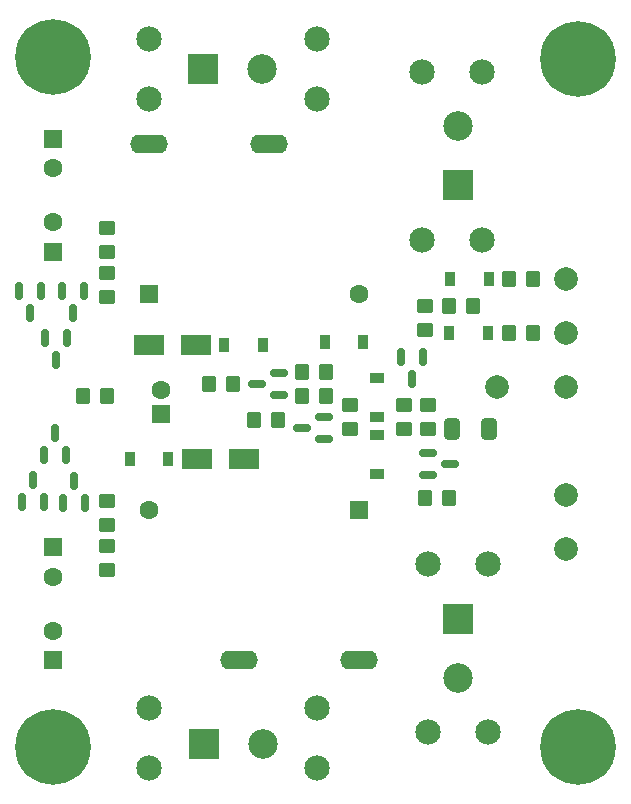
<source format=gbr>
G04 #@! TF.GenerationSoftware,KiCad,Pcbnew,(6.0.2-0)*
G04 #@! TF.CreationDate,2022-03-16T14:02:15+01:00*
G04 #@! TF.ProjectId,protection-relais,70726f74-6563-4746-996f-6e2d72656c61,rev?*
G04 #@! TF.SameCoordinates,Original*
G04 #@! TF.FileFunction,Soldermask,Top*
G04 #@! TF.FilePolarity,Negative*
%FSLAX46Y46*%
G04 Gerber Fmt 4.6, Leading zero omitted, Abs format (unit mm)*
G04 Created by KiCad (PCBNEW (6.0.2-0)) date 2022-03-16 14:02:15*
%MOMM*%
%LPD*%
G01*
G04 APERTURE LIST*
G04 Aperture macros list*
%AMRoundRect*
0 Rectangle with rounded corners*
0 $1 Rounding radius*
0 $2 $3 $4 $5 $6 $7 $8 $9 X,Y pos of 4 corners*
0 Add a 4 corners polygon primitive as box body*
4,1,4,$2,$3,$4,$5,$6,$7,$8,$9,$2,$3,0*
0 Add four circle primitives for the rounded corners*
1,1,$1+$1,$2,$3*
1,1,$1+$1,$4,$5*
1,1,$1+$1,$6,$7*
1,1,$1+$1,$8,$9*
0 Add four rect primitives between the rounded corners*
20,1,$1+$1,$2,$3,$4,$5,0*
20,1,$1+$1,$4,$5,$6,$7,0*
20,1,$1+$1,$6,$7,$8,$9,0*
20,1,$1+$1,$8,$9,$2,$3,0*%
G04 Aperture macros list end*
%ADD10R,0.900000X1.200000*%
%ADD11RoundRect,0.250000X-0.450000X0.350000X-0.450000X-0.350000X0.450000X-0.350000X0.450000X0.350000X0*%
%ADD12RoundRect,0.250000X-0.350000X-0.450000X0.350000X-0.450000X0.350000X0.450000X-0.350000X0.450000X0*%
%ADD13RoundRect,0.150000X-0.150000X0.587500X-0.150000X-0.587500X0.150000X-0.587500X0.150000X0.587500X0*%
%ADD14R,2.500000X2.500000*%
%ADD15C,2.500000*%
%ADD16C,2.145000*%
%ADD17RoundRect,0.250000X0.350000X0.450000X-0.350000X0.450000X-0.350000X-0.450000X0.350000X-0.450000X0*%
%ADD18R,1.600000X1.600000*%
%ADD19C,1.600000*%
%ADD20C,2.000000*%
%ADD21RoundRect,0.150000X0.150000X-0.587500X0.150000X0.587500X-0.150000X0.587500X-0.150000X-0.587500X0*%
%ADD22RoundRect,0.150000X0.587500X0.150000X-0.587500X0.150000X-0.587500X-0.150000X0.587500X-0.150000X0*%
%ADD23C,0.800000*%
%ADD24C,6.400000*%
%ADD25RoundRect,0.150000X-0.587500X-0.150000X0.587500X-0.150000X0.587500X0.150000X-0.587500X0.150000X0*%
%ADD26RoundRect,0.250000X-0.412500X-0.650000X0.412500X-0.650000X0.412500X0.650000X-0.412500X0.650000X0*%
%ADD27R,1.200000X0.900000*%
%ADD28RoundRect,0.250000X0.450000X-0.350000X0.450000X0.350000X-0.450000X0.350000X-0.450000X-0.350000X0*%
%ADD29O,3.200000X1.600000*%
%ADD30R,2.500000X1.800000*%
G04 APERTURE END LIST*
D10*
X94108000Y-94996000D03*
X97408000Y-94996000D03*
D11*
X92202000Y-98552000D03*
X92202000Y-100552000D03*
D10*
X110618000Y-85090000D03*
X113918000Y-85090000D03*
D12*
X108712000Y-87630000D03*
X110712000Y-87630000D03*
D13*
X90292000Y-80772000D03*
X88392000Y-80772000D03*
X89342000Y-82647000D03*
D11*
X112776000Y-90424000D03*
X112776000Y-92424000D03*
D14*
X121920000Y-71802000D03*
D15*
X121920000Y-66802000D03*
D12*
X119158000Y-98298000D03*
X121158000Y-98298000D03*
D16*
X118872000Y-76454000D03*
X123952000Y-76454000D03*
D17*
X128254000Y-84328000D03*
X126254000Y-84328000D03*
D13*
X88834000Y-84739000D03*
X86934000Y-84739000D03*
X87884000Y-86614000D03*
D12*
X90170000Y-89662000D03*
X92170000Y-89662000D03*
D18*
X87630000Y-67858000D03*
D19*
X87630000Y-70358000D03*
D20*
X131064000Y-88900000D03*
D16*
X119380000Y-118110000D03*
X124460000Y-118110000D03*
D20*
X131064000Y-84328000D03*
X125222000Y-88900000D03*
D11*
X117348000Y-90424000D03*
X117348000Y-92424000D03*
D14*
X100330000Y-61976000D03*
D15*
X105330000Y-61976000D03*
D20*
X131064000Y-79756000D03*
X131064000Y-102616000D03*
D17*
X102838000Y-88646000D03*
X100838000Y-88646000D03*
D14*
X121920000Y-108538000D03*
D15*
X121920000Y-113538000D03*
D16*
X109982000Y-121158000D03*
X109982000Y-116078000D03*
D21*
X84968000Y-98649000D03*
X86868000Y-98649000D03*
X85918000Y-96774000D03*
D22*
X106777000Y-89596000D03*
X106777000Y-87696000D03*
X104902000Y-88646000D03*
D23*
X87630000Y-63360000D03*
X85230000Y-60960000D03*
D24*
X87630000Y-60960000D03*
D23*
X85932944Y-62657056D03*
X87630000Y-58560000D03*
X89327056Y-62657056D03*
X89327056Y-59262944D03*
X85932944Y-59262944D03*
X90030000Y-60960000D03*
D13*
X118994000Y-86360000D03*
X117094000Y-86360000D03*
X118044000Y-88235000D03*
D16*
X118872000Y-62230000D03*
X123952000Y-62230000D03*
D25*
X119380000Y-94488000D03*
X119380000Y-96388000D03*
X121255000Y-95438000D03*
D14*
X100410000Y-119126000D03*
D15*
X105410000Y-119126000D03*
D11*
X92202000Y-75438000D03*
X92202000Y-77438000D03*
D16*
X119380000Y-103886000D03*
X124460000Y-103886000D03*
D23*
X130382944Y-59402944D03*
X132080000Y-63500000D03*
X134480000Y-61100000D03*
X129680000Y-61100000D03*
X130382944Y-62797056D03*
X133777056Y-62797056D03*
X132080000Y-58700000D03*
D24*
X132080000Y-61100000D03*
D23*
X133777056Y-59402944D03*
D18*
X87630000Y-77430000D03*
D19*
X87630000Y-74930000D03*
D18*
X96774000Y-91186000D03*
D19*
X96774000Y-89186000D03*
D10*
X121270000Y-79756000D03*
X124570000Y-79756000D03*
D11*
X119126000Y-82042000D03*
X119126000Y-84042000D03*
D16*
X95758000Y-64516000D03*
X95758000Y-59436000D03*
D26*
X121412000Y-92456000D03*
X124537000Y-92456000D03*
D27*
X115062000Y-96266000D03*
X115062000Y-92966000D03*
D28*
X119380000Y-92456000D03*
X119380000Y-90456000D03*
D20*
X131064000Y-98044000D03*
D17*
X123158000Y-82042000D03*
X121158000Y-82042000D03*
X110712000Y-89662000D03*
X108712000Y-89662000D03*
D21*
X88458000Y-98737363D03*
X90358000Y-98737363D03*
X89408000Y-96862363D03*
D27*
X115062000Y-88138000D03*
X115062000Y-91438000D03*
D16*
X109982000Y-64516000D03*
X109982000Y-59436000D03*
X95758000Y-121158000D03*
X95758000Y-116078000D03*
D18*
X87630000Y-102449621D03*
D19*
X87630000Y-104949621D03*
D22*
X110587000Y-93340000D03*
X110587000Y-91440000D03*
X108712000Y-92390000D03*
D18*
X95758000Y-81026000D03*
D19*
X113538000Y-81026000D03*
D29*
X105918000Y-68326000D03*
X95758000Y-68326000D03*
D12*
X104680000Y-91694000D03*
X106680000Y-91694000D03*
D30*
X103822000Y-94996000D03*
X99822000Y-94996000D03*
D28*
X92202000Y-104378000D03*
X92202000Y-102378000D03*
X92202000Y-81248000D03*
X92202000Y-79248000D03*
D30*
X95758000Y-85344000D03*
X99758000Y-85344000D03*
D13*
X86614000Y-80772000D03*
X84714000Y-80772000D03*
X85664000Y-82647000D03*
D18*
X87630000Y-112014001D03*
D19*
X87630000Y-109514001D03*
D17*
X128254000Y-79756000D03*
X126254000Y-79756000D03*
D21*
X86868000Y-94663500D03*
X88768000Y-94663500D03*
X87818000Y-92788500D03*
D10*
X105408000Y-85344000D03*
X102108000Y-85344000D03*
D18*
X113538000Y-99314000D03*
D19*
X95758000Y-99314000D03*
D29*
X103378000Y-112014000D03*
X113538000Y-112014000D03*
D23*
X134480000Y-119380000D03*
X129680000Y-119380000D03*
X130382944Y-117682944D03*
X130382944Y-121077056D03*
X133777056Y-117682944D03*
D24*
X132080000Y-119380000D03*
D23*
X133777056Y-121077056D03*
X132080000Y-116980000D03*
X132080000Y-121780000D03*
X85932944Y-121077056D03*
X89327056Y-121077056D03*
X89327056Y-117682944D03*
X87630000Y-116980000D03*
D24*
X87630000Y-119380000D03*
D23*
X87630000Y-121780000D03*
X90030000Y-119380000D03*
X85230000Y-119380000D03*
X85932944Y-117682944D03*
D10*
X121142000Y-84328000D03*
X124442000Y-84328000D03*
M02*

</source>
